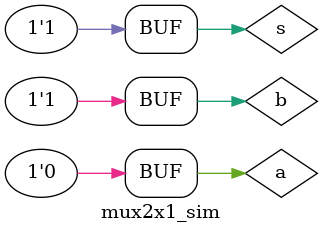
<source format=v>
module mux2x1_sim (
    
);
    reg a=0;
    reg b=1;
    reg s=0;
    wire c;
    mux2x1 u(.a(a),.b(b),.s(s),.c(c));

    initial begin
        #200 s=1;
    end


endmodule
</source>
